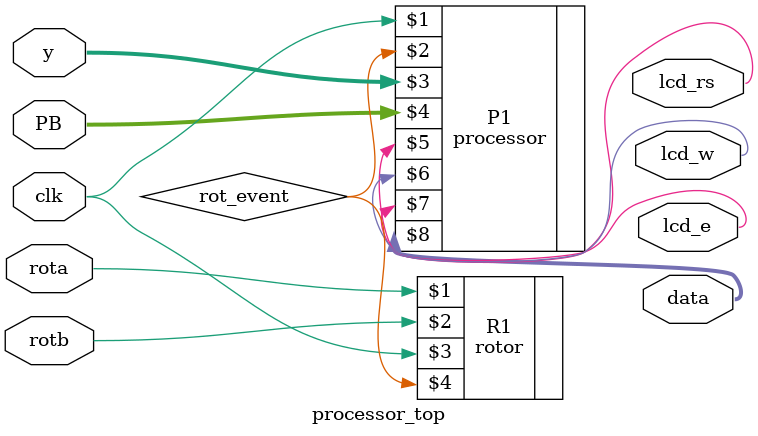
<source format=v>
`timescale 1ns / 1ps
module processor_top(clk, rota, rotb, y, PB, lcd_rs, lcd_w, lcd_e, data);

input clk, rota, rotb;
input [3:0] y;
input [2:0] PB;
output lcd_rs, lcd_w, lcd_e;
output [3:0] data;
wire lcd_rs, lcd_w, lcd_e;
wire [3:0] data;
wire rot_event;


rotor R1(rota, rotb, clk, rot_event);
processor P1(clk, rot_event, y, PB, lcd_rs, lcd_w, lcd_e, data);


endmodule

</source>
